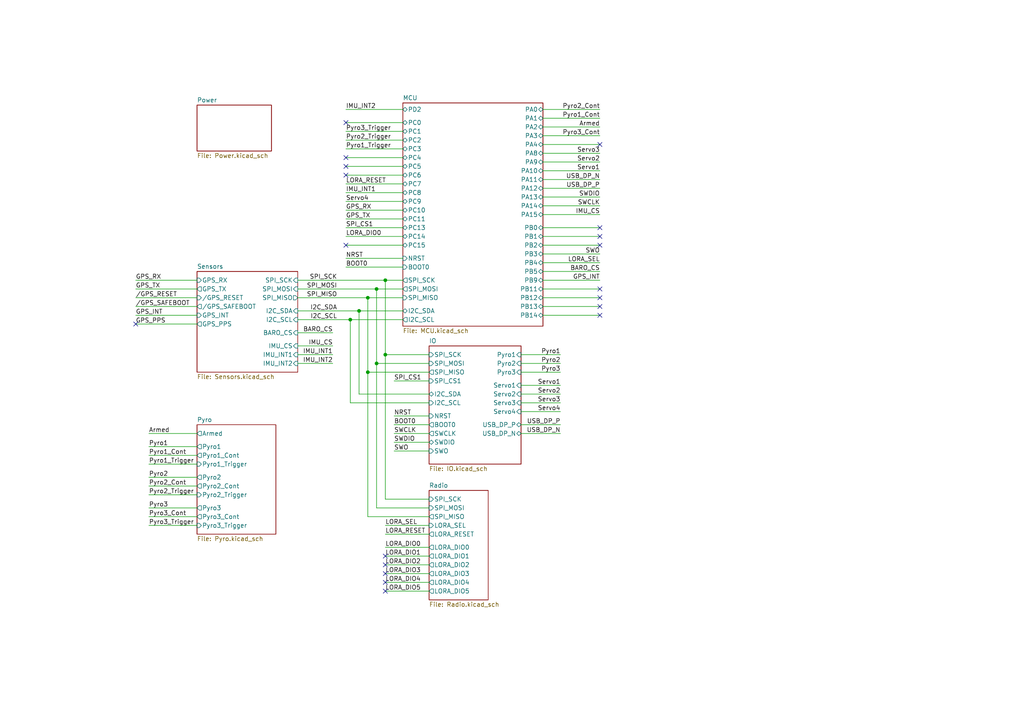
<source format=kicad_sch>
(kicad_sch
	(version 20250114)
	(generator "eeschema")
	(generator_version "9.0")
	(uuid "4254ccd1-49f4-4fe6-9bf7-ccb200d73af4")
	(paper "A4")
	(title_block
		(title "Flight Computer")
		(company "Pioneer Rocketry")
	)
	(lib_symbols)
	(junction
		(at 109.22 83.82)
		(diameter 0)
		(color 0 0 0 0)
		(uuid "6f2b11b3-7ae5-4568-aa28-aea01d7c792f")
	)
	(junction
		(at 106.68 86.36)
		(diameter 0)
		(color 0 0 0 0)
		(uuid "731192e5-22b6-4a12-ad7a-0d0fb07b76e8")
	)
	(junction
		(at 111.76 81.28)
		(diameter 0)
		(color 0 0 0 0)
		(uuid "7879a957-79fa-460c-aa72-c745a75992ea")
	)
	(junction
		(at 106.68 107.95)
		(diameter 0)
		(color 0 0 0 0)
		(uuid "7d92bf93-257a-40e2-a4e1-3221ee6982bb")
	)
	(junction
		(at 104.14 90.17)
		(diameter 0)
		(color 0 0 0 0)
		(uuid "b27ce08b-fd4d-4d9f-9991-da4c9e268a41")
	)
	(junction
		(at 109.22 105.41)
		(diameter 0)
		(color 0 0 0 0)
		(uuid "c7f046ca-62a6-4d0f-8ab2-20023ac84c7c")
	)
	(junction
		(at 111.76 102.87)
		(diameter 0)
		(color 0 0 0 0)
		(uuid "cea7fb6d-c309-4078-946c-90062ca45815")
	)
	(junction
		(at 101.6 92.71)
		(diameter 0)
		(color 0 0 0 0)
		(uuid "dbe51151-940f-4559-9c08-86f20e6014ca")
	)
	(no_connect
		(at 173.99 68.58)
		(uuid "085d5b73-4736-417d-b9bc-18586cedcf4f")
	)
	(no_connect
		(at 173.99 91.44)
		(uuid "0f8928fc-5e14-4434-bcd4-09b8f78ca464")
	)
	(no_connect
		(at 173.99 66.04)
		(uuid "136e20c5-0d55-42ae-a5c3-9cde6716052a")
	)
	(no_connect
		(at 111.76 161.29)
		(uuid "19333e9e-dad3-4067-b8cd-b2b7f0ba9e51")
	)
	(no_connect
		(at 173.99 83.82)
		(uuid "25b46bec-c37d-4ddc-bd74-65f9c075e447")
	)
	(no_connect
		(at 100.33 45.72)
		(uuid "29e262b5-374d-4f71-acf7-793caa6fd9d7")
	)
	(no_connect
		(at 100.33 71.12)
		(uuid "3be40266-ce5e-4cca-a093-8e36c3f4aeb1")
	)
	(no_connect
		(at 39.37 93.98)
		(uuid "4d743651-c984-4df7-98f5-f1bd9af83780")
	)
	(no_connect
		(at 111.76 163.83)
		(uuid "824e10db-64ff-4380-a36c-b876f86a923f")
	)
	(no_connect
		(at 173.99 71.12)
		(uuid "a05bead5-6faa-4543-abec-24b9b4dc9837")
	)
	(no_connect
		(at 173.99 88.9)
		(uuid "a6fce366-7f46-4987-bbd8-cbc18795fe37")
	)
	(no_connect
		(at 111.76 168.91)
		(uuid "bda452b8-2b07-469a-bc1f-a727ce53eab4")
	)
	(no_connect
		(at 111.76 171.45)
		(uuid "c09b2a19-0b06-455c-ab3b-78957477b938")
	)
	(no_connect
		(at 100.33 48.26)
		(uuid "cd2dcbaa-fcf1-4859-bd7e-c1754e5f1df3")
	)
	(no_connect
		(at 173.99 86.36)
		(uuid "cef42aaf-2e15-4086-a681-83f73ab32a3e")
	)
	(no_connect
		(at 173.99 41.91)
		(uuid "d45c771d-9ac0-4c6c-a091-54418d392408")
	)
	(no_connect
		(at 100.33 35.56)
		(uuid "ea4a0ff9-ecce-4fd0-be20-a499f44bbffc")
	)
	(no_connect
		(at 111.76 166.37)
		(uuid "ec2d32d6-c8a5-4187-83af-e474b41f061d")
	)
	(no_connect
		(at 100.33 50.8)
		(uuid "fbe3a675-75a5-491a-b8f6-d997fc2e80fe")
	)
	(wire
		(pts
			(xy 114.3 123.19) (xy 124.46 123.19)
		)
		(stroke
			(width 0)
			(type default)
		)
		(uuid "004671bb-58e1-4e14-b3c3-2a5ed75c0ebc")
	)
	(wire
		(pts
			(xy 43.18 132.08) (xy 57.15 132.08)
		)
		(stroke
			(width 0)
			(type default)
		)
		(uuid "0178b5a9-d0e3-418e-88dc-b358fc0cbe9c")
	)
	(wire
		(pts
			(xy 157.48 59.69) (xy 173.99 59.69)
		)
		(stroke
			(width 0)
			(type default)
		)
		(uuid "04950520-8f9c-47d9-a8cf-7ea9cf1ed90a")
	)
	(wire
		(pts
			(xy 111.76 171.45) (xy 124.46 171.45)
		)
		(stroke
			(width 0)
			(type default)
		)
		(uuid "07826e2e-466f-4dc6-bb89-0fddf5d226c5")
	)
	(wire
		(pts
			(xy 43.18 147.32) (xy 57.15 147.32)
		)
		(stroke
			(width 0)
			(type default)
		)
		(uuid "079d0456-fca5-418f-8806-a7d174e0149b")
	)
	(wire
		(pts
			(xy 86.36 92.71) (xy 101.6 92.71)
		)
		(stroke
			(width 0)
			(type default)
		)
		(uuid "081f8ff4-30c0-4569-8f7b-d42bc22f3e93")
	)
	(wire
		(pts
			(xy 151.13 111.76) (xy 162.56 111.76)
		)
		(stroke
			(width 0)
			(type default)
		)
		(uuid "0bf960ed-5f5e-454b-8ed3-3669e8b9f47a")
	)
	(wire
		(pts
			(xy 43.18 134.62) (xy 57.15 134.62)
		)
		(stroke
			(width 0)
			(type default)
		)
		(uuid "0c40ad97-cbf7-43f8-b0da-51a7d5332fd7")
	)
	(wire
		(pts
			(xy 109.22 105.41) (xy 109.22 147.32)
		)
		(stroke
			(width 0)
			(type default)
		)
		(uuid "0e2de62f-d16d-4a2e-8597-7d6cfd3d28df")
	)
	(wire
		(pts
			(xy 157.48 83.82) (xy 173.99 83.82)
		)
		(stroke
			(width 0)
			(type default)
		)
		(uuid "0f9fdcfc-fe57-435e-bcc1-ec3f51a931e3")
	)
	(wire
		(pts
			(xy 100.33 40.64) (xy 116.84 40.64)
		)
		(stroke
			(width 0)
			(type default)
		)
		(uuid "1049992b-1a47-4d3a-bb32-2b4053029ea6")
	)
	(wire
		(pts
			(xy 100.33 77.47) (xy 116.84 77.47)
		)
		(stroke
			(width 0)
			(type default)
		)
		(uuid "1484f630-7b15-4b60-9c6a-19c133b6fe54")
	)
	(wire
		(pts
			(xy 157.48 68.58) (xy 173.99 68.58)
		)
		(stroke
			(width 0)
			(type default)
		)
		(uuid "17aa940b-028c-43a3-85eb-46f27c860c0f")
	)
	(wire
		(pts
			(xy 157.48 31.75) (xy 173.99 31.75)
		)
		(stroke
			(width 0)
			(type default)
		)
		(uuid "17db0e10-925b-4984-9e65-f118d313104f")
	)
	(wire
		(pts
			(xy 100.33 60.96) (xy 116.84 60.96)
		)
		(stroke
			(width 0)
			(type default)
		)
		(uuid "1c3e04e2-ca6c-495a-b838-3a3fc53ca994")
	)
	(wire
		(pts
			(xy 86.36 90.17) (xy 104.14 90.17)
		)
		(stroke
			(width 0)
			(type default)
		)
		(uuid "1dbfde1f-678d-4ff9-91de-97d6772ba853")
	)
	(wire
		(pts
			(xy 100.33 71.12) (xy 116.84 71.12)
		)
		(stroke
			(width 0)
			(type default)
		)
		(uuid "1f80af1d-9175-4300-a0b8-9215240fce68")
	)
	(wire
		(pts
			(xy 151.13 119.38) (xy 162.56 119.38)
		)
		(stroke
			(width 0)
			(type default)
		)
		(uuid "2488013f-a49b-4dfe-a80b-ad01bf6f394e")
	)
	(wire
		(pts
			(xy 157.48 66.04) (xy 173.99 66.04)
		)
		(stroke
			(width 0)
			(type default)
		)
		(uuid "2543f8b7-96df-4ed1-8d76-dab1c38bc45e")
	)
	(wire
		(pts
			(xy 157.48 91.44) (xy 173.99 91.44)
		)
		(stroke
			(width 0)
			(type default)
		)
		(uuid "28904020-7e03-4843-88aa-50bfcf2b23ba")
	)
	(wire
		(pts
			(xy 173.99 46.99) (xy 157.48 46.99)
		)
		(stroke
			(width 0)
			(type default)
		)
		(uuid "2d41666b-e8f8-4a6b-b6e3-17589f262f22")
	)
	(wire
		(pts
			(xy 43.18 138.43) (xy 57.15 138.43)
		)
		(stroke
			(width 0)
			(type default)
		)
		(uuid "2e4e3789-3f63-4dd0-8905-ae19d4066d40")
	)
	(wire
		(pts
			(xy 111.76 102.87) (xy 111.76 144.78)
		)
		(stroke
			(width 0)
			(type default)
		)
		(uuid "3186cd98-79c9-47b0-93f5-32c07f57675a")
	)
	(wire
		(pts
			(xy 157.48 52.07) (xy 173.99 52.07)
		)
		(stroke
			(width 0)
			(type default)
		)
		(uuid "336afc6c-ec29-4cb2-ad3e-759c8ae1c7bc")
	)
	(wire
		(pts
			(xy 173.99 62.23) (xy 157.48 62.23)
		)
		(stroke
			(width 0)
			(type default)
		)
		(uuid "33e36a77-fc62-439b-b88d-1a57a03498ab")
	)
	(wire
		(pts
			(xy 157.48 57.15) (xy 173.99 57.15)
		)
		(stroke
			(width 0)
			(type default)
		)
		(uuid "33fcc952-e4b7-4182-a65b-818ae43e3a7d")
	)
	(wire
		(pts
			(xy 43.18 149.86) (xy 57.15 149.86)
		)
		(stroke
			(width 0)
			(type default)
		)
		(uuid "350e7e44-140e-4a4a-90bb-1471bac6925c")
	)
	(wire
		(pts
			(xy 100.33 55.88) (xy 116.84 55.88)
		)
		(stroke
			(width 0)
			(type default)
		)
		(uuid "35e15d3b-9055-4610-a975-b4780b7e990a")
	)
	(wire
		(pts
			(xy 162.56 102.87) (xy 151.13 102.87)
		)
		(stroke
			(width 0)
			(type default)
		)
		(uuid "3655d7fd-c4cf-4aed-b4de-be9ec9e4f21f")
	)
	(wire
		(pts
			(xy 124.46 144.78) (xy 111.76 144.78)
		)
		(stroke
			(width 0)
			(type default)
		)
		(uuid "38cd2ffa-d72b-4d9e-96c9-93c0eed90292")
	)
	(wire
		(pts
			(xy 157.48 81.28) (xy 173.99 81.28)
		)
		(stroke
			(width 0)
			(type default)
		)
		(uuid "3bec4fbe-5a22-4f26-9eae-f1f7575726ba")
	)
	(wire
		(pts
			(xy 101.6 116.84) (xy 124.46 116.84)
		)
		(stroke
			(width 0)
			(type default)
		)
		(uuid "3c1fa7c6-8018-4945-90d0-ffeb63624b29")
	)
	(wire
		(pts
			(xy 106.68 86.36) (xy 116.84 86.36)
		)
		(stroke
			(width 0)
			(type default)
		)
		(uuid "3c5eb20d-8d27-47f2-a49f-5ef65be414e7")
	)
	(wire
		(pts
			(xy 86.36 81.28) (xy 111.76 81.28)
		)
		(stroke
			(width 0)
			(type default)
		)
		(uuid "3d4cf44a-4303-4e60-ad9e-41d60fe662dd")
	)
	(wire
		(pts
			(xy 106.68 107.95) (xy 124.46 107.95)
		)
		(stroke
			(width 0)
			(type default)
		)
		(uuid "3e378ee2-c79b-4ae7-a479-2cd061315d2b")
	)
	(wire
		(pts
			(xy 104.14 90.17) (xy 104.14 114.3)
		)
		(stroke
			(width 0)
			(type default)
		)
		(uuid "41e21baf-3d66-4116-84d3-274b45884ddc")
	)
	(wire
		(pts
			(xy 109.22 83.82) (xy 116.84 83.82)
		)
		(stroke
			(width 0)
			(type default)
		)
		(uuid "492706b3-60f6-4f8b-9d7c-6273804ba212")
	)
	(wire
		(pts
			(xy 86.36 100.33) (xy 96.52 100.33)
		)
		(stroke
			(width 0)
			(type default)
		)
		(uuid "4be2c5c1-025d-43db-94b6-4e833300240f")
	)
	(wire
		(pts
			(xy 106.68 86.36) (xy 106.68 107.95)
		)
		(stroke
			(width 0)
			(type default)
		)
		(uuid "4edb6ce7-f306-46d3-8e30-8a0f728982b3")
	)
	(wire
		(pts
			(xy 100.33 53.34) (xy 116.84 53.34)
		)
		(stroke
			(width 0)
			(type default)
		)
		(uuid "52bd0cb3-98a2-4733-b114-ca28c4576c81")
	)
	(wire
		(pts
			(xy 114.3 110.49) (xy 124.46 110.49)
		)
		(stroke
			(width 0)
			(type default)
		)
		(uuid "54ebbed3-1288-499f-88de-14a87f5845e7")
	)
	(wire
		(pts
			(xy 114.3 128.27) (xy 124.46 128.27)
		)
		(stroke
			(width 0)
			(type default)
		)
		(uuid "56ac3cb6-789d-45fa-a2a3-d895640b107c")
	)
	(wire
		(pts
			(xy 100.33 66.04) (xy 116.84 66.04)
		)
		(stroke
			(width 0)
			(type default)
		)
		(uuid "59f4a52c-6c14-48db-b60a-41127ad17f77")
	)
	(wire
		(pts
			(xy 39.37 88.9) (xy 57.15 88.9)
		)
		(stroke
			(width 0)
			(type default)
		)
		(uuid "5cd48fbe-dce9-40ae-91ee-e24fa7f6d08d")
	)
	(wire
		(pts
			(xy 124.46 102.87) (xy 111.76 102.87)
		)
		(stroke
			(width 0)
			(type default)
		)
		(uuid "5d8ae34b-04c1-421d-9835-2a980a7a513c")
	)
	(wire
		(pts
			(xy 151.13 114.3) (xy 162.56 114.3)
		)
		(stroke
			(width 0)
			(type default)
		)
		(uuid "5e143d3c-5058-43f5-86e4-f706ae7c1040")
	)
	(wire
		(pts
			(xy 100.33 74.93) (xy 116.84 74.93)
		)
		(stroke
			(width 0)
			(type default)
		)
		(uuid "5e6192a9-7680-444f-a1aa-5f6b3a037deb")
	)
	(wire
		(pts
			(xy 111.76 81.28) (xy 116.84 81.28)
		)
		(stroke
			(width 0)
			(type default)
		)
		(uuid "610e3603-90b9-4156-8943-68240ba54377")
	)
	(wire
		(pts
			(xy 162.56 107.95) (xy 151.13 107.95)
		)
		(stroke
			(width 0)
			(type default)
		)
		(uuid "69d07095-bcc1-4218-8e8c-3580a5642d2f")
	)
	(wire
		(pts
			(xy 39.37 83.82) (xy 57.15 83.82)
		)
		(stroke
			(width 0)
			(type default)
		)
		(uuid "6b25d09a-4b6a-4e24-890d-02769de0d72d")
	)
	(wire
		(pts
			(xy 114.3 125.73) (xy 124.46 125.73)
		)
		(stroke
			(width 0)
			(type default)
		)
		(uuid "6ecd15cd-2d1c-4879-85e4-06e4066743bc")
	)
	(wire
		(pts
			(xy 100.33 38.1) (xy 116.84 38.1)
		)
		(stroke
			(width 0)
			(type default)
		)
		(uuid "71321951-ff44-4bc2-a71a-53f4d546f630")
	)
	(wire
		(pts
			(xy 43.18 125.73) (xy 57.15 125.73)
		)
		(stroke
			(width 0)
			(type default)
		)
		(uuid "74cdb833-eb3d-429b-a24d-9a602e31e175")
	)
	(wire
		(pts
			(xy 157.48 36.83) (xy 173.99 36.83)
		)
		(stroke
			(width 0)
			(type default)
		)
		(uuid "7911ec74-27c3-4fee-a3ed-7d38c2dfb3b5")
	)
	(wire
		(pts
			(xy 39.37 93.98) (xy 57.15 93.98)
		)
		(stroke
			(width 0)
			(type default)
		)
		(uuid "7fb5c38a-d645-4f00-a2e8-de0c3e85b4d3")
	)
	(wire
		(pts
			(xy 111.76 166.37) (xy 124.46 166.37)
		)
		(stroke
			(width 0)
			(type default)
		)
		(uuid "7fc1f0ba-b75b-4c1d-9528-0bf6a1b1fb5c")
	)
	(wire
		(pts
			(xy 104.14 114.3) (xy 124.46 114.3)
		)
		(stroke
			(width 0)
			(type default)
		)
		(uuid "80e58bfd-c2ad-4487-9566-ec29a84be288")
	)
	(wire
		(pts
			(xy 157.48 78.74) (xy 173.99 78.74)
		)
		(stroke
			(width 0)
			(type default)
		)
		(uuid "827b6fde-142b-4a4a-b579-7e2b51273acd")
	)
	(wire
		(pts
			(xy 114.3 120.65) (xy 124.46 120.65)
		)
		(stroke
			(width 0)
			(type default)
		)
		(uuid "860f0f43-d565-47dc-b2a1-196bb43f9590")
	)
	(wire
		(pts
			(xy 43.18 129.54) (xy 57.15 129.54)
		)
		(stroke
			(width 0)
			(type default)
		)
		(uuid "87d6337d-1ccf-41ad-a596-63a325c68f0d")
	)
	(wire
		(pts
			(xy 86.36 96.52) (xy 96.52 96.52)
		)
		(stroke
			(width 0)
			(type default)
		)
		(uuid "8ab0eb91-03fb-44d7-a4f7-bd7987916c8d")
	)
	(wire
		(pts
			(xy 109.22 83.82) (xy 109.22 105.41)
		)
		(stroke
			(width 0)
			(type default)
		)
		(uuid "8bc03626-a3a2-499c-acf4-2443bbede830")
	)
	(wire
		(pts
			(xy 151.13 125.73) (xy 162.56 125.73)
		)
		(stroke
			(width 0)
			(type default)
		)
		(uuid "8bca9b5c-f805-487e-b0e2-bc01415ab1fc")
	)
	(wire
		(pts
			(xy 111.76 163.83) (xy 124.46 163.83)
		)
		(stroke
			(width 0)
			(type default)
		)
		(uuid "8db26ac4-752c-4aeb-8db9-f4d24a2ef54f")
	)
	(wire
		(pts
			(xy 111.76 81.28) (xy 111.76 102.87)
		)
		(stroke
			(width 0)
			(type default)
		)
		(uuid "8e7730bc-d9dd-48ed-a7de-beef00aa0fc2")
	)
	(wire
		(pts
			(xy 86.36 102.87) (xy 96.52 102.87)
		)
		(stroke
			(width 0)
			(type default)
		)
		(uuid "8f7d6668-234a-4e9f-87f9-1bbd03b72b85")
	)
	(wire
		(pts
			(xy 100.33 50.8) (xy 116.84 50.8)
		)
		(stroke
			(width 0)
			(type default)
		)
		(uuid "8fcc7e55-39ff-4266-9e52-1d7db4d2b53d")
	)
	(wire
		(pts
			(xy 151.13 116.84) (xy 162.56 116.84)
		)
		(stroke
			(width 0)
			(type default)
		)
		(uuid "93e81ec4-b39b-4892-b4ed-3ce6d7d4fbf3")
	)
	(wire
		(pts
			(xy 157.48 71.12) (xy 173.99 71.12)
		)
		(stroke
			(width 0)
			(type default)
		)
		(uuid "943ad267-0041-47ff-8cf5-3440a849d89f")
	)
	(wire
		(pts
			(xy 157.48 86.36) (xy 173.99 86.36)
		)
		(stroke
			(width 0)
			(type default)
		)
		(uuid "95c2c69e-2c61-49c3-8e03-51f12b8be4b0")
	)
	(wire
		(pts
			(xy 162.56 105.41) (xy 151.13 105.41)
		)
		(stroke
			(width 0)
			(type default)
		)
		(uuid "97f5b1a6-bc62-48b7-a16b-fc0e6c08686a")
	)
	(wire
		(pts
			(xy 100.33 68.58) (xy 116.84 68.58)
		)
		(stroke
			(width 0)
			(type default)
		)
		(uuid "9887d0c4-105d-4f92-8185-fd2b21a35cb6")
	)
	(wire
		(pts
			(xy 111.76 168.91) (xy 124.46 168.91)
		)
		(stroke
			(width 0)
			(type default)
		)
		(uuid "9d2178e6-d24f-4402-bf6c-7748b8ee8a58")
	)
	(wire
		(pts
			(xy 157.48 41.91) (xy 173.99 41.91)
		)
		(stroke
			(width 0)
			(type default)
		)
		(uuid "9e7b729e-c157-4b3d-babf-8c19044fafc8")
	)
	(wire
		(pts
			(xy 100.33 35.56) (xy 116.84 35.56)
		)
		(stroke
			(width 0)
			(type default)
		)
		(uuid "a16482da-e4b7-4338-8c1b-d1a6def3dc7e")
	)
	(wire
		(pts
			(xy 100.33 48.26) (xy 116.84 48.26)
		)
		(stroke
			(width 0)
			(type default)
		)
		(uuid "a508bce1-0faa-4774-afab-6b4f8ea6da46")
	)
	(wire
		(pts
			(xy 111.76 152.4) (xy 124.46 152.4)
		)
		(stroke
			(width 0)
			(type default)
		)
		(uuid "a581d688-ddf2-407d-b07a-4ff9b0adfe4a")
	)
	(wire
		(pts
			(xy 124.46 149.86) (xy 106.68 149.86)
		)
		(stroke
			(width 0)
			(type default)
		)
		(uuid "a8363248-2135-40e7-8407-dc28985fc246")
	)
	(wire
		(pts
			(xy 43.18 143.51) (xy 57.15 143.51)
		)
		(stroke
			(width 0)
			(type default)
		)
		(uuid "ade83da4-30eb-4d78-b4c1-1725be3b4d60")
	)
	(wire
		(pts
			(xy 100.33 43.18) (xy 116.84 43.18)
		)
		(stroke
			(width 0)
			(type default)
		)
		(uuid "aec3df96-c3b1-4b02-9244-bc541c19b027")
	)
	(wire
		(pts
			(xy 111.76 161.29) (xy 124.46 161.29)
		)
		(stroke
			(width 0)
			(type default)
		)
		(uuid "b393a22f-e74f-4976-a10f-2fdb3dcfe2fe")
	)
	(wire
		(pts
			(xy 124.46 147.32) (xy 109.22 147.32)
		)
		(stroke
			(width 0)
			(type default)
		)
		(uuid "b64ab111-013a-421d-b791-cdc1ab9c7f3d")
	)
	(wire
		(pts
			(xy 157.48 54.61) (xy 173.99 54.61)
		)
		(stroke
			(width 0)
			(type default)
		)
		(uuid "b74259fc-846e-45e4-9bf7-0431c08af03a")
	)
	(wire
		(pts
			(xy 157.48 73.66) (xy 173.99 73.66)
		)
		(stroke
			(width 0)
			(type default)
		)
		(uuid "b8b73e7b-a4cb-4f75-9fa2-7ed3cf78c5c0")
	)
	(wire
		(pts
			(xy 101.6 92.71) (xy 116.84 92.71)
		)
		(stroke
			(width 0)
			(type default)
		)
		(uuid "bbfc5950-cdca-4b3a-9d39-3d7946929cb3")
	)
	(wire
		(pts
			(xy 100.33 45.72) (xy 116.84 45.72)
		)
		(stroke
			(width 0)
			(type default)
		)
		(uuid "bf078b03-784c-4170-b746-e97a08a7d33f")
	)
	(wire
		(pts
			(xy 173.99 49.53) (xy 157.48 49.53)
		)
		(stroke
			(width 0)
			(type default)
		)
		(uuid "c29c231b-37ba-455b-a7e4-85c98a00a65a")
	)
	(wire
		(pts
			(xy 124.46 105.41) (xy 109.22 105.41)
		)
		(stroke
			(width 0)
			(type default)
		)
		(uuid "c38ecb81-2b86-4148-b907-e2af59b2ccc2")
	)
	(wire
		(pts
			(xy 157.48 76.2) (xy 173.99 76.2)
		)
		(stroke
			(width 0)
			(type default)
		)
		(uuid "c478a200-b9a4-4dae-a2d6-79602699e1c7")
	)
	(wire
		(pts
			(xy 151.13 123.19) (xy 162.56 123.19)
		)
		(stroke
			(width 0)
			(type default)
		)
		(uuid "c6bb2244-884b-4d3c-9749-6cc717ded942")
	)
	(wire
		(pts
			(xy 100.33 31.75) (xy 116.84 31.75)
		)
		(stroke
			(width 0)
			(type default)
		)
		(uuid "c98c0e33-11bc-4632-b592-cee446287350")
	)
	(wire
		(pts
			(xy 157.48 34.29) (xy 173.99 34.29)
		)
		(stroke
			(width 0)
			(type default)
		)
		(uuid "cffadd88-5371-469d-bac4-02b9c72f0bc5")
	)
	(wire
		(pts
			(xy 86.36 86.36) (xy 106.68 86.36)
		)
		(stroke
			(width 0)
			(type default)
		)
		(uuid "d132465a-c7ea-416f-a271-aff0537b60e6")
	)
	(wire
		(pts
			(xy 39.37 91.44) (xy 57.15 91.44)
		)
		(stroke
			(width 0)
			(type default)
		)
		(uuid "d170a399-d831-4a92-ad87-14d24ccb1f83")
	)
	(wire
		(pts
			(xy 157.48 39.37) (xy 173.99 39.37)
		)
		(stroke
			(width 0)
			(type default)
		)
		(uuid "d1e25793-a099-4653-9455-9d48ad1b9579")
	)
	(wire
		(pts
			(xy 43.18 152.4) (xy 57.15 152.4)
		)
		(stroke
			(width 0)
			(type default)
		)
		(uuid "d49f07e4-d357-4054-9555-85bbbcc90c21")
	)
	(wire
		(pts
			(xy 86.36 105.41) (xy 96.52 105.41)
		)
		(stroke
			(width 0)
			(type default)
		)
		(uuid "d5381687-376a-411d-a9d7-b9230e257321")
	)
	(wire
		(pts
			(xy 100.33 63.5) (xy 116.84 63.5)
		)
		(stroke
			(width 0)
			(type default)
		)
		(uuid "d66788b4-ce00-45f7-a6da-046a5c2fb2f0")
	)
	(wire
		(pts
			(xy 39.37 86.36) (xy 57.15 86.36)
		)
		(stroke
			(width 0)
			(type default)
		)
		(uuid "d8458626-7f60-4da1-a85b-c02edf271e55")
	)
	(wire
		(pts
			(xy 106.68 107.95) (xy 106.68 149.86)
		)
		(stroke
			(width 0)
			(type default)
		)
		(uuid "db479b99-3dd8-4978-955a-5c5d048735f7")
	)
	(wire
		(pts
			(xy 43.18 140.97) (xy 57.15 140.97)
		)
		(stroke
			(width 0)
			(type default)
		)
		(uuid "e1bca523-b9ba-431a-b618-4abbae63bdb3")
	)
	(wire
		(pts
			(xy 111.76 154.94) (xy 124.46 154.94)
		)
		(stroke
			(width 0)
			(type default)
		)
		(uuid "e303bcbf-2df3-4b28-b25e-152704482017")
	)
	(wire
		(pts
			(xy 100.33 58.42) (xy 116.84 58.42)
		)
		(stroke
			(width 0)
			(type default)
		)
		(uuid "e5e7c668-c431-4ff4-9284-3028ec8c36b3")
	)
	(wire
		(pts
			(xy 86.36 83.82) (xy 109.22 83.82)
		)
		(stroke
			(width 0)
			(type default)
		)
		(uuid "e8c55365-b33a-48cb-9947-06114dabbce2")
	)
	(wire
		(pts
			(xy 111.76 158.75) (xy 124.46 158.75)
		)
		(stroke
			(width 0)
			(type default)
		)
		(uuid "e9a5a145-647f-4164-b1d7-3c97093ddff9")
	)
	(wire
		(pts
			(xy 173.99 44.45) (xy 157.48 44.45)
		)
		(stroke
			(width 0)
			(type default)
		)
		(uuid "ebe64bd7-b759-4a06-aeba-240412652564")
	)
	(wire
		(pts
			(xy 39.37 81.28) (xy 57.15 81.28)
		)
		(stroke
			(width 0)
			(type default)
		)
		(uuid "ef721c89-60de-4797-b8bc-368eee10e4e0")
	)
	(wire
		(pts
			(xy 101.6 92.71) (xy 101.6 116.84)
		)
		(stroke
			(width 0)
			(type default)
		)
		(uuid "f6a347e7-7db2-4e04-b521-36891f6d4c10")
	)
	(wire
		(pts
			(xy 157.48 88.9) (xy 173.99 88.9)
		)
		(stroke
			(width 0)
			(type default)
		)
		(uuid "fa07c7ec-32e0-4ca3-a151-01493dd3c82b")
	)
	(wire
		(pts
			(xy 104.14 90.17) (xy 116.84 90.17)
		)
		(stroke
			(width 0)
			(type default)
		)
		(uuid "ff717dbf-5715-4610-82cb-ed6f9898cdf7")
	)
	(wire
		(pts
			(xy 114.3 130.81) (xy 124.46 130.81)
		)
		(stroke
			(width 0)
			(type default)
		)
		(uuid "ffcd9239-c82d-49a2-a170-3c8c2a83de62")
	)
	(label "USB_DP_P"
		(at 173.99 54.61 180)
		(effects
			(font
				(size 1.27 1.27)
			)
			(justify right bottom)
		)
		(uuid "0077378e-0288-47fe-a566-b9bde7cd5c9a")
	)
	(label "IMU_INT1"
		(at 96.52 102.87 180)
		(effects
			(font
				(size 1.27 1.27)
			)
			(justify right bottom)
		)
		(uuid "01f55e2f-6a2b-4441-b1f1-1dd2d6de7eb1")
	)
	(label "GPS_PPS"
		(at 39.37 93.98 0)
		(effects
			(font
				(size 1.27 1.27)
			)
			(justify left bottom)
		)
		(uuid "024df1e4-edb5-4ab9-9a29-8f22350c5e9f")
	)
	(label "Pyro1_Trigger"
		(at 100.33 43.18 0)
		(effects
			(font
				(size 1.27 1.27)
			)
			(justify left bottom)
		)
		(uuid "028cf281-8f39-444d-87f1-e5cf900d5b02")
	)
	(label "Pyro3_Trigger"
		(at 100.33 38.1 0)
		(effects
			(font
				(size 1.27 1.27)
			)
			(justify left bottom)
		)
		(uuid "08ec121b-adef-4e6a-882d-e3e064ef64f6")
	)
	(label "GPS_RX"
		(at 39.37 81.28 0)
		(effects
			(font
				(size 1.27 1.27)
			)
			(justify left bottom)
		)
		(uuid "091ca67c-adaf-4aac-b797-698115f22e34")
	)
	(label "Armed"
		(at 43.18 125.73 0)
		(effects
			(font
				(size 1.27 1.27)
			)
			(justify left bottom)
		)
		(uuid "0b0a2d7c-9a70-4055-b080-d4e03e635677")
	)
	(label "LORA_DIO4"
		(at 111.76 168.91 0)
		(effects
			(font
				(size 1.27 1.27)
			)
			(justify left bottom)
		)
		(uuid "0c803c1e-1e2e-4061-891e-3728bdbccb2c")
	)
	(label "LORA_DIO0"
		(at 100.33 68.58 0)
		(effects
			(font
				(size 1.27 1.27)
			)
			(justify left bottom)
		)
		(uuid "0d2d32cd-2d16-4d87-9eb8-b2b67374ed60")
	)
	(label "I2C_SCL"
		(at 97.79 92.71 180)
		(effects
			(font
				(size 1.27 1.27)
			)
			(justify right bottom)
		)
		(uuid "0dc265ee-3b39-472f-9e77-eb903609e97b")
	)
	(label "Pyro3_Trigger"
		(at 43.18 152.4 0)
		(effects
			(font
				(size 1.27 1.27)
			)
			(justify left bottom)
		)
		(uuid "0deffc3f-10d0-435a-b8b5-2f22e822430e")
	)
	(label "IMU_INT1"
		(at 100.33 55.88 0)
		(effects
			(font
				(size 1.27 1.27)
			)
			(justify left bottom)
		)
		(uuid "22004195-e130-4801-aa87-ba01191bf423")
	)
	(label "Pyro1_Cont"
		(at 173.99 34.29 180)
		(effects
			(font
				(size 1.27 1.27)
			)
			(justify right bottom)
		)
		(uuid "2bde2028-e763-4a3b-b53b-e860718a779d")
	)
	(label "SPI_MISO"
		(at 97.79 86.36 180)
		(effects
			(font
				(size 1.27 1.27)
			)
			(justify right bottom)
		)
		(uuid "2c48cf1e-36ee-441c-ad7f-cb140f6cf3e5")
	)
	(label "LORA_SEL"
		(at 173.99 76.2 180)
		(effects
			(font
				(size 1.27 1.27)
			)
			(justify right bottom)
		)
		(uuid "2d29a070-3e74-4e48-b8fa-bda8590a50af")
	)
	(label "GPS_RX"
		(at 100.33 60.96 0)
		(effects
			(font
				(size 1.27 1.27)
			)
			(justify left bottom)
		)
		(uuid "30ec81f0-24e0-42ed-a99b-16168c822b8e")
	)
	(label "Servo1"
		(at 173.99 49.53 180)
		(effects
			(font
				(size 1.27 1.27)
			)
			(justify right bottom)
		)
		(uuid "3ff8b7f3-cce8-4688-87b6-06230966bfe8")
	)
	(label "Servo2"
		(at 173.99 46.99 180)
		(effects
			(font
				(size 1.27 1.27)
			)
			(justify right bottom)
		)
		(uuid "4376cbdf-08b4-40c0-a18c-db984dc02757")
	)
	(label "GPS_INT"
		(at 39.37 91.44 0)
		(effects
			(font
				(size 1.27 1.27)
			)
			(justify left bottom)
		)
		(uuid "441ee2ce-9c54-49d0-a1c1-a29e5e7c0747")
	)
	(label "I2C_SDA"
		(at 97.79 90.17 180)
		(effects
			(font
				(size 1.27 1.27)
			)
			(justify right bottom)
		)
		(uuid "449c990c-69c5-44ee-95a4-87e578f82f18")
	)
	(label "Pyro1_Cont"
		(at 43.18 132.08 0)
		(effects
			(font
				(size 1.27 1.27)
			)
			(justify left bottom)
		)
		(uuid "458260b3-637a-4126-8bc7-a8db2b68bf45")
	)
	(label "Pyro2_Cont"
		(at 43.18 140.97 0)
		(effects
			(font
				(size 1.27 1.27)
			)
			(justify left bottom)
		)
		(uuid "4972c3a4-40a8-4867-8d89-31eeb0797470")
	)
	(label "Servo4"
		(at 162.56 119.38 180)
		(effects
			(font
				(size 1.27 1.27)
			)
			(justify right bottom)
		)
		(uuid "510447b3-1e79-4a79-a475-8161a3da97f5")
	)
	(label "Servo3"
		(at 162.56 116.84 180)
		(effects
			(font
				(size 1.27 1.27)
			)
			(justify right bottom)
		)
		(uuid "529044b7-3cde-4fc0-9112-b8e23b85fffd")
	)
	(label "Servo1"
		(at 162.56 111.76 180)
		(effects
			(font
				(size 1.27 1.27)
			)
			(justify right bottom)
		)
		(uuid "59090093-3cb4-414a-8994-39027dd16050")
	)
	(label "NRST"
		(at 114.3 120.65 0)
		(effects
			(font
				(size 1.27 1.27)
			)
			(justify left bottom)
		)
		(uuid "5c5be6a0-52ad-4249-8f62-95491fe4a0df")
	)
	(label "SWO"
		(at 173.99 73.66 180)
		(effects
			(font
				(size 1.27 1.27)
			)
			(justify right bottom)
		)
		(uuid "5c74e303-9383-4060-82a4-c0e203b024e9")
	)
	(label "BOOT0"
		(at 100.33 77.47 0)
		(effects
			(font
				(size 1.27 1.27)
			)
			(justify left bottom)
		)
		(uuid "5c9c28dd-b1ea-4573-bbfc-62dc5e3985b3")
	)
	(label "IMU_CS"
		(at 96.52 100.33 180)
		(effects
			(font
				(size 1.27 1.27)
			)
			(justify right bottom)
		)
		(uuid "60dcf169-7247-47d0-90c9-2cd6bf8d23b8")
	)
	(label "LORA_RESET"
		(at 111.76 154.94 0)
		(effects
			(font
				(size 1.27 1.27)
			)
			(justify left bottom)
		)
		(uuid "6104c946-18c0-4c56-b7f9-3ba64d918228")
	)
	(label "LORA_DIO1"
		(at 111.76 161.29 0)
		(effects
			(font
				(size 1.27 1.27)
			)
			(justify left bottom)
		)
		(uuid "6415c026-5fa7-446b-8896-f810d4455154")
	)
	(label "USB_DP_N"
		(at 173.99 52.07 180)
		(effects
			(font
				(size 1.27 1.27)
			)
			(justify right bottom)
		)
		(uuid "65e932ce-7918-4c40-adf3-a715f2a495ba")
	)
	(label "Armed"
		(at 173.99 36.83 180)
		(effects
			(font
				(size 1.27 1.27)
			)
			(justify right bottom)
		)
		(uuid "66c30727-bea8-45cd-88d5-667979a84b5c")
	)
	(label "Pyro1_Trigger"
		(at 43.18 134.62 0)
		(effects
			(font
				(size 1.27 1.27)
			)
			(justify left bottom)
		)
		(uuid "6abe5d12-e3bf-45b6-a6f1-9319600393f7")
	)
	(label "{slash}GPS_RESET"
		(at 39.37 86.36 0)
		(effects
			(font
				(size 1.27 1.27)
			)
			(justify left bottom)
		)
		(uuid "6c4af660-61cc-423e-9c5e-8a531c6c786c")
	)
	(label "SWDIO"
		(at 114.3 128.27 0)
		(effects
			(font
				(size 1.27 1.27)
			)
			(justify left bottom)
		)
		(uuid "6d87d5c4-476c-4f6c-8840-6ac9f0a3510d")
	)
	(label "GPS_TX"
		(at 100.33 63.5 0)
		(effects
			(font
				(size 1.27 1.27)
			)
			(justify left bottom)
		)
		(uuid "7bb4667e-28aa-4b1d-8856-63b056d6bc49")
	)
	(label "SWCLK"
		(at 173.99 59.69 180)
		(effects
			(font
				(size 1.27 1.27)
			)
			(justify right bottom)
		)
		(uuid "7ca138e7-9328-43b6-82e4-3462cab639a4")
	)
	(label "Pyro1"
		(at 162.56 102.87 180)
		(effects
			(font
				(size 1.27 1.27)
			)
			(justify right bottom)
		)
		(uuid "847cd127-1a33-459d-8007-2fcd93544f2a")
	)
	(label "BARO_CS"
		(at 96.52 96.52 180)
		(effects
			(font
				(size 1.27 1.27)
			)
			(justify right bottom)
		)
		(uuid "8c5897f2-05d2-4953-9c5c-4417fbe22605")
	)
	(label "Servo2"
		(at 162.56 114.3 180)
		(effects
			(font
				(size 1.27 1.27)
			)
			(justify right bottom)
		)
		(uuid "8ed4ba55-0f97-4dfe-9410-c63bc6279d35")
	)
	(label "SWCLK"
		(at 114.3 125.73 0)
		(effects
			(font
				(size 1.27 1.27)
			)
			(justify left bottom)
		)
		(uuid "90d6f138-6463-4764-a17c-4ff755e6a9d1")
	)
	(label "Pyro3_Cont"
		(at 173.99 39.37 180)
		(effects
			(font
				(size 1.27 1.27)
			)
			(justify right bottom)
		)
		(uuid "9983f2b4-d02b-4c2d-b93a-be43a5f6398e")
	)
	(label "GPS_INT"
		(at 173.99 81.28 180)
		(effects
			(font
				(size 1.27 1.27)
			)
			(justify right bottom)
		)
		(uuid "9ad137fe-4087-4219-a1a4-9872fd4e600d")
	)
	(label "Pyro2"
		(at 162.56 105.41 180)
		(effects
			(font
				(size 1.27 1.27)
			)
			(justify right bottom)
		)
		(uuid "9c2bdfad-18bf-4492-954c-964b19b4a68a")
	)
	(label "USB_DP_N"
		(at 162.56 125.73 180)
		(effects
			(font
				(size 1.27 1.27)
			)
			(justify right bottom)
		)
		(uuid "9e1d044a-5166-4a1a-ae10-6ded6195ea7f")
	)
	(label "SPI_SCK"
		(at 97.79 81.28 180)
		(effects
			(font
				(size 1.27 1.27)
			)
			(justify right bottom)
		)
		(uuid "a070153d-27d5-472a-8f2a-e4233126c3e6")
	)
	(label "IMU_INT2"
		(at 96.52 105.41 180)
		(effects
			(font
				(size 1.27 1.27)
			)
			(justify right bottom)
		)
		(uuid "a34026a8-fe48-4867-bac5-8899f19dabad")
	)
	(label "Pyro3_Cont"
		(at 43.18 149.86 0)
		(effects
			(font
				(size 1.27 1.27)
			)
			(justify left bottom)
		)
		(uuid "a34b97e4-c58d-439a-b45c-2c5117086162")
	)
	(label "LORA_DIO2"
		(at 111.76 163.83 0)
		(effects
			(font
				(size 1.27 1.27)
			)
			(justify left bottom)
		)
		(uuid "a7e9b938-2e84-4b12-85a5-9252229d8f7b")
	)
	(label "Servo4"
		(at 100.33 58.42 0)
		(effects
			(font
				(size 1.27 1.27)
			)
			(justify left bottom)
		)
		(uuid "a997e4ee-3967-4547-96b4-bd47a00769e1")
	)
	(label "Pyro3"
		(at 43.18 147.32 0)
		(effects
			(font
				(size 1.27 1.27)
			)
			(justify left bottom)
		)
		(uuid "aefe75fd-4eb3-4146-b2d5-e6dd49cb7605")
	)
	(label "SPI_CS1"
		(at 100.33 66.04 0)
		(effects
			(font
				(size 1.27 1.27)
			)
			(justify left bottom)
		)
		(uuid "af954468-d7d4-41ed-abfa-4d6074e1ca01")
	)
	(label "GPS_TX"
		(at 39.37 83.82 0)
		(effects
			(font
				(size 1.27 1.27)
			)
			(justify left bottom)
		)
		(uuid "b257e5a2-0000-411c-84b2-81f4a053e2ab")
	)
	(label "Pyro3"
		(at 162.56 107.95 180)
		(effects
			(font
				(size 1.27 1.27)
			)
			(justify right bottom)
		)
		(uuid "b7a2d4fd-c281-42a1-aa30-5bacdde66fe2")
	)
	(label "IMU_INT2"
		(at 100.33 31.75 0)
		(effects
			(font
				(size 1.27 1.27)
			)
			(justify left bottom)
		)
		(uuid "ba287e53-e0ef-4f85-a250-939258260e20")
	)
	(label "Pyro2_Trigger"
		(at 100.33 40.64 0)
		(effects
			(font
				(size 1.27 1.27)
			)
			(justify left bottom)
		)
		(uuid "badd61c3-cff4-43e4-9ea2-0263b48a4f0e")
	)
	(label "Pyro2_Cont"
		(at 173.99 31.75 180)
		(effects
			(font
				(size 1.27 1.27)
			)
			(justify right bottom)
		)
		(uuid "bc75b80b-2107-45be-b992-222444b82547")
	)
	(label "BARO_CS"
		(at 173.99 78.74 180)
		(effects
			(font
				(size 1.27 1.27)
			)
			(justify right bottom)
		)
		(uuid "bf6c0693-437a-4e44-9087-b3223f401702")
	)
	(label "LORA_DIO5"
		(at 111.76 171.45 0)
		(effects
			(font
				(size 1.27 1.27)
			)
			(justify left bottom)
		)
		(uuid "c57018ca-fb7e-43bb-9817-adb922b3342a")
	)
	(label "LORA_DIO3"
		(at 111.76 166.37 0)
		(effects
			(font
				(size 1.27 1.27)
			)
			(justify left bottom)
		)
		(uuid "c7f1f34b-1a1a-40c8-af4e-155d47fb7bb9")
	)
	(label "{slash}GPS_SAFEBOOT"
		(at 39.37 88.9 0)
		(effects
			(font
				(size 1.27 1.27)
			)
			(justify left bottom)
		)
		(uuid "cc2b025f-8328-492a-8fc5-418bfc03e9c7")
	)
	(label "LORA_DIO0"
		(at 111.76 158.75 0)
		(effects
			(font
				(size 1.27 1.27)
			)
			(justify left bottom)
		)
		(uuid "cd9978d2-126e-471e-be5e-8dd14b34ae21")
	)
	(label "USB_DP_P"
		(at 162.56 123.19 180)
		(effects
			(font
				(size 1.27 1.27)
			)
			(justify right bottom)
		)
		(uuid "cf4459e3-f59f-427f-8bc7-c60411dd81c8")
	)
	(label "LORA_RESET"
		(at 100.33 53.34 0)
		(effects
			(font
				(size 1.27 1.27)
			)
			(justify left bottom)
		)
		(uuid "d42e6637-4e61-4ecf-a386-696b8ff93f56")
	)
	(label "Pyro2_Trigger"
		(at 43.18 143.51 0)
		(effects
			(font
				(size 1.27 1.27)
			)
			(justify left bottom)
		)
		(uuid "d4cf44ef-252b-43e4-9bd0-8947aea1f691")
	)
	(label "Servo3"
		(at 173.99 44.45 180)
		(effects
			(font
				(size 1.27 1.27)
			)
			(justify right bottom)
		)
		(uuid "d7938262-3f1c-4265-9bdd-839bd31353af")
	)
	(label "LORA_SEL"
		(at 111.76 152.4 0)
		(effects
			(font
				(size 1.27 1.27)
			)
			(justify left bottom)
		)
		(uuid "d8bc6cbf-f148-40c9-bd3d-41d037587c26")
	)
	(label "Pyro1"
		(at 43.18 129.54 0)
		(effects
			(font
				(size 1.27 1.27)
			)
			(justify left bottom)
		)
		(uuid "d9a8ed4b-2c5b-43a3-8712-9cb8b1dd8636")
	)
	(label "NRST"
		(at 100.33 74.93 0)
		(effects
			(font
				(size 1.27 1.27)
			)
			(justify left bottom)
		)
		(uuid "e23d5a1f-d875-4e90-8fb7-6b9060d43d72")
	)
	(label "SPI_CS1"
		(at 114.3 110.49 0)
		(effects
			(font
				(size 1.27 1.27)
			)
			(justify left bottom)
		)
		(uuid "e3e100b6-b6c6-494b-9d72-126d7b480c3a")
	)
	(label "SPI_MOSI"
		(at 97.79 83.82 180)
		(effects
			(font
				(size 1.27 1.27)
			)
			(justify right bottom)
		)
		(uuid "e65c6deb-7f07-476b-8cb8-eeb59104451f")
	)
	(label "IMU_CS"
		(at 173.99 62.23 180)
		(effects
			(font
				(size 1.27 1.27)
			)
			(justify right bottom)
		)
		(uuid "e8243911-ea2d-4d4a-8f15-ec3283d77eee")
	)
	(label "SWO"
		(at 114.3 130.81 0)
		(effects
			(font
				(size 1.27 1.27)
			)
			(justify left bottom)
		)
		(uuid "edf5db55-3096-4336-bc49-8f9c85be989e")
	)
	(label "BOOT0"
		(at 114.3 123.19 0)
		(effects
			(font
				(size 1.27 1.27)
			)
			(justify left bottom)
		)
		(uuid "ee5d4155-c9f1-4d83-8df3-32aa9f97e2ea")
	)
	(label "Pyro2"
		(at 43.18 138.43 0)
		(effects
			(font
				(size 1.27 1.27)
			)
			(justify left bottom)
		)
		(uuid "f4f38f31-c495-4474-8d05-e8d2529a5cab")
	)
	(label "SWDIO"
		(at 173.99 57.15 180)
		(effects
			(font
				(size 1.27 1.27)
			)
			(justify right bottom)
		)
		(uuid "f5530d4f-f535-4c7f-89c5-e0d1f353376c")
	)
	(sheet
		(at 124.46 100.33)
		(size 26.67 34.29)
		(exclude_from_sim no)
		(in_bom yes)
		(on_board yes)
		(dnp no)
		(fields_autoplaced yes)
		(stroke
			(width 0.1524)
			(type solid)
		)
		(fill
			(color 0 0 0 0.0000)
		)
		(uuid "0a0b3d01-7422-42e0-b725-ff9e85b891ec")
		(property "Sheetname" "IO"
			(at 124.46 99.6184 0)
			(effects
				(font
					(size 1.27 1.27)
				)
				(justify left bottom)
			)
		)
		(property "Sheetfile" "IO.kicad_sch"
			(at 124.46 135.2046 0)
			(effects
				(font
					(size 1.27 1.27)
				)
				(justify left top)
			)
		)
		(pin "Pyro3" input
			(at 151.13 107.95 0)
			(uuid "4b7431d1-c0e4-40d9-a300-32ecea80dd29")
			(effects
				(font
					(size 1.27 1.27)
				)
				(justify right)
			)
		)
		(pin "Pyro1" input
			(at 151.13 102.87 0)
			(uuid "00bd51d4-baf1-4d41-a104-1e3466bfcf1a")
			(effects
				(font
					(size 1.27 1.27)
				)
				(justify right)
			)
		)
		(pin "Pyro2" input
			(at 151.13 105.41 0)
			(uuid "588fb45e-7619-4385-9752-1933f5e9c417")
			(effects
				(font
					(size 1.27 1.27)
				)
				(justify right)
			)
		)
		(pin "SPI_MOSI" input
			(at 124.46 105.41 180)
			(uuid "6179e92b-0758-4931-87aa-0eb184df258c")
			(effects
				(font
					(size 1.27 1.27)
				)
				(justify left)
			)
		)
		(pin "BOOT0" output
			(at 124.46 123.19 180)
			(uuid "25550f99-1c05-4f81-b066-ffa4833ed838")
			(effects
				(font
					(size 1.27 1.27)
				)
				(justify left)
			)
		)
		(pin "I2C_SCL" input
			(at 124.46 116.84 180)
			(uuid "f771c515-7344-44d0-b48a-30560b21f150")
			(effects
				(font
					(size 1.27 1.27)
				)
				(justify left)
			)
		)
		(pin "I2C_SDA" bidirectional
			(at 124.46 114.3 180)
			(uuid "ea2a038e-ab82-468b-80bf-d357f8515e53")
			(effects
				(font
					(size 1.27 1.27)
				)
				(justify left)
			)
		)
		(pin "NRST" input
			(at 124.46 120.65 180)
			(uuid "315365b7-2dd9-4cb7-b200-d802e165cc2a")
			(effects
				(font
					(size 1.27 1.27)
				)
				(justify left)
			)
		)
		(pin "Servo1" input
			(at 151.13 111.76 0)
			(uuid "995f16b7-ad81-4335-959d-e9f11bfb2bfe")
			(effects
				(font
					(size 1.27 1.27)
				)
				(justify right)
			)
		)
		(pin "Servo2" input
			(at 151.13 114.3 0)
			(uuid "04befd7e-6b69-4745-85d3-d64b971177c8")
			(effects
				(font
					(size 1.27 1.27)
				)
				(justify right)
			)
		)
		(pin "Servo3" input
			(at 151.13 116.84 0)
			(uuid "acb39f07-8c42-4467-bbc2-962179f3d967")
			(effects
				(font
					(size 1.27 1.27)
				)
				(justify right)
			)
		)
		(pin "Servo4" input
			(at 151.13 119.38 0)
			(uuid "3ad8378c-2cab-4862-bfe0-198d5764c879")
			(effects
				(font
					(size 1.27 1.27)
				)
				(justify right)
			)
		)
		(pin "SPI_CS1" input
			(at 124.46 110.49 180)
			(uuid "b5ca8f30-1356-42ad-8faf-efc0ca7dd6ae")
			(effects
				(font
					(size 1.27 1.27)
				)
				(justify left)
			)
		)
		(pin "SPI_MISO" output
			(at 124.46 107.95 180)
			(uuid "c7f5dee7-359e-4af8-a3ff-219ffc3f7528")
			(effects
				(font
					(size 1.27 1.27)
				)
				(justify left)
			)
		)
		(pin "SPI_SCK" input
			(at 124.46 102.87 180)
			(uuid "c2a681e3-e053-4055-87a6-8baf1921bea0")
			(effects
				(font
					(size 1.27 1.27)
				)
				(justify left)
			)
		)
		(pin "SWCLK" output
			(at 124.46 125.73 180)
			(uuid "87b58aec-e72c-4660-bfdc-e4ee107f4901")
			(effects
				(font
					(size 1.27 1.27)
				)
				(justify left)
			)
		)
		(pin "SWDIO" bidirectional
			(at 124.46 128.27 180)
			(uuid "b89b8dfd-79c4-4b63-8787-8c17a8cec24a")
			(effects
				(font
					(size 1.27 1.27)
				)
				(justify left)
			)
		)
		(pin "SWO" input
			(at 124.46 130.81 180)
			(uuid "a90fe74b-8551-4720-b0de-452091f1f18f")
			(effects
				(font
					(size 1.27 1.27)
				)
				(justify left)
			)
		)
		(pin "USB_DP_N" bidirectional
			(at 151.13 125.73 0)
			(uuid "ce00e2b6-b912-4d3a-8fbf-f474c0cc7955")
			(effects
				(font
					(size 1.27 1.27)
				)
				(justify right)
			)
		)
		(pin "USB_DP_P" bidirectional
			(at 151.13 123.19 0)
			(uuid "4d350290-eb26-47cc-a46b-83c977792259")
			(effects
				(font
					(size 1.27 1.27)
				)
				(justify right)
			)
		)
		(instances
			(project "Flight Computer"
				(path "/4254ccd1-49f4-4fe6-9bf7-ccb200d73af4"
					(page "4")
				)
			)
		)
	)
	(sheet
		(at 124.46 142.24)
		(size 17.145 31.75)
		(exclude_from_sim no)
		(in_bom yes)
		(on_board yes)
		(dnp no)
		(fields_autoplaced yes)
		(stroke
			(width 0.1524)
			(type solid)
		)
		(fill
			(color 0 0 0 0.0000)
		)
		(uuid "b5b3f2b6-4604-4088-8488-54d61b2ee536")
		(property "Sheetname" "Radio"
			(at 124.46 141.5284 0)
			(effects
				(font
					(size 1.27 1.27)
				)
				(justify left bottom)
			)
		)
		(property "Sheetfile" "Radio.kicad_sch"
			(at 124.46 174.5746 0)
			(effects
				(font
					(size 1.27 1.27)
				)
				(justify left top)
			)
		)
		(pin "SPI_SCK" input
			(at 124.46 144.78 180)
			(uuid "1577ca5b-81db-4a12-920b-9236fc58d89a")
			(effects
				(font
					(size 1.27 1.27)
				)
				(justify left)
			)
		)
		(pin "SPI_MOSI" input
			(at 124.46 147.32 180)
			(uuid "59cde148-26b7-4238-a9b6-09a2ce344cae")
			(effects
				(font
					(size 1.27 1.27)
				)
				(justify left)
			)
		)
		(pin "SPI_MISO" output
			(at 124.46 149.86 180)
			(uuid "408c7f15-0600-4591-a83c-0f160682acac")
			(effects
				(font
					(size 1.27 1.27)
				)
				(justify left)
			)
		)
		(pin "LORA_SEL" input
			(at 124.46 152.4 180)
			(uuid "63398841-c732-454f-b09a-d1af8d2464fc")
			(effects
				(font
					(size 1.27 1.27)
				)
				(justify left)
			)
		)
		(pin "LORA_DIO1" output
			(at 124.46 161.29 180)
			(uuid "a079ff00-e797-43fb-b230-5ad3de0f1c2b")
			(effects
				(font
					(size 1.27 1.27)
				)
				(justify left)
			)
		)
		(pin "LORA_RESET" output
			(at 124.46 154.94 180)
			(uuid "fb5c639f-bc92-4ad2-b7e4-b9d771c72c80")
			(effects
				(font
					(size 1.27 1.27)
				)
				(justify left)
			)
		)
		(pin "LORA_DIO4" output
			(at 124.46 168.91 180)
			(uuid "36d3e62f-d47d-4726-b013-3934b4e656f8")
			(effects
				(font
					(size 1.27 1.27)
				)
				(justify left)
			)
		)
		(pin "LORA_DIO2" output
			(at 124.46 163.83 180)
			(uuid "f9b282e4-b084-40b3-93fe-c5b7a42a9f9c")
			(effects
				(font
					(size 1.27 1.27)
				)
				(justify left)
			)
		)
		(pin "LORA_DIO5" output
			(at 124.46 171.45 180)
			(uuid "8ccaac17-d6d8-451f-a111-1273e40ead06")
			(effects
				(font
					(size 1.27 1.27)
				)
				(justify left)
			)
		)
		(pin "LORA_DIO0" output
			(at 124.46 158.75 180)
			(uuid "8ce601b7-de43-4279-b8f5-0e61b48f4914")
			(effects
				(font
					(size 1.27 1.27)
				)
				(justify left)
			)
		)
		(pin "LORA_DIO3" output
			(at 124.46 166.37 180)
			(uuid "c523c681-6821-4f74-9d17-4da602854b8d")
			(effects
				(font
					(size 1.27 1.27)
				)
				(justify left)
			)
		)
		(instances
			(project "Flight Computer"
				(path "/4254ccd1-49f4-4fe6-9bf7-ccb200d73af4"
					(page "5")
				)
			)
		)
	)
	(sheet
		(at 57.15 78.74)
		(size 29.21 29.21)
		(exclude_from_sim no)
		(in_bom yes)
		(on_board yes)
		(dnp no)
		(fields_autoplaced yes)
		(stroke
			(width 0.1524)
			(type solid)
		)
		(fill
			(color 0 0 0 0.0000)
		)
		(uuid "c6ca0e5c-eb30-4ed2-9f63-dd4973f3175a")
		(property "Sheetname" "Sensors"
			(at 57.15 78.0284 0)
			(effects
				(font
					(size 1.27 1.27)
				)
				(justify left bottom)
			)
		)
		(property "Sheetfile" "Sensors.kicad_sch"
			(at 57.15 108.5346 0)
			(effects
				(font
					(size 1.27 1.27)
				)
				(justify left top)
			)
		)
		(pin "BARO_CS" input
			(at 86.36 96.52 0)
			(uuid "2e7a22f0-28bf-4ceb-a5bf-a9e23fb0dbaa")
			(effects
				(font
					(size 1.27 1.27)
				)
				(justify right)
			)
		)
		(pin "GPS_INT" input
			(at 57.15 91.44 180)
			(uuid "a9a31eda-2d68-4d25-91a0-d758d90ef036")
			(effects
				(font
					(size 1.27 1.27)
				)
				(justify left)
			)
		)
		(pin "GPS_PPS" output
			(at 57.15 93.98 180)
			(uuid "7b5e715f-4531-42ca-845d-6e71f23fafd3")
			(effects
				(font
					(size 1.27 1.27)
				)
				(justify left)
			)
		)
		(pin "GPS_RX" input
			(at 57.15 81.28 180)
			(uuid "94510454-9e5e-4ff2-92e0-f7e14a6a2607")
			(effects
				(font
					(size 1.27 1.27)
				)
				(justify left)
			)
		)
		(pin "GPS_TX" output
			(at 57.15 83.82 180)
			(uuid "71013816-4749-4bd6-a1ce-79656039f6f3")
			(effects
				(font
					(size 1.27 1.27)
				)
				(justify left)
			)
		)
		(pin "I2C_SCL" input
			(at 86.36 92.71 0)
			(uuid "f352bf63-8467-43a3-be94-490bc72d3881")
			(effects
				(font
					(size 1.27 1.27)
				)
				(justify right)
			)
		)
		(pin "IMU_CS" input
			(at 86.36 100.33 0)
			(uuid "04de7fb6-c77c-4566-bebc-85289e1d0803")
			(effects
				(font
					(size 1.27 1.27)
				)
				(justify right)
			)
		)
		(pin "IMU_INT1" input
			(at 86.36 102.87 0)
			(uuid "79b8ce7b-ec12-4f4f-8489-34a94f6f449c")
			(effects
				(font
					(size 1.27 1.27)
				)
				(justify right)
			)
		)
		(pin "IMU_INT2" input
			(at 86.36 105.41 0)
			(uuid "4cc8a29e-69b1-4561-90d5-ee6af228baa7")
			(effects
				(font
					(size 1.27 1.27)
				)
				(justify right)
			)
		)
		(pin "SPI_SCK" input
			(at 86.36 81.28 0)
			(uuid "ef03bae2-dc04-41b2-aace-f2e6153cb5ac")
			(effects
				(font
					(size 1.27 1.27)
				)
				(justify right)
			)
		)
		(pin "{slash}GPS_RESET" input
			(at 57.15 86.36 180)
			(uuid "126139c7-4264-4e7e-90ee-d9589e19e216")
			(effects
				(font
					(size 1.27 1.27)
				)
				(justify left)
			)
		)
		(pin "SPI_MOSI" input
			(at 86.36 83.82 0)
			(uuid "623f5755-d0b1-4ceb-aae0-2918befe6d21")
			(effects
				(font
					(size 1.27 1.27)
				)
				(justify right)
			)
		)
		(pin "SPI_MISO" output
			(at 86.36 86.36 0)
			(uuid "345fbbd9-38d9-4579-bb11-ed0b2a5592fe")
			(effects
				(font
					(size 1.27 1.27)
				)
				(justify right)
			)
		)
		(pin "{slash}GPS_SAFEBOOT" output
			(at 57.15 88.9 180)
			(uuid "a2185282-d1a5-438b-ac7d-7ef6a9a1dfc2")
			(effects
				(font
					(size 1.27 1.27)
				)
				(justify left)
			)
		)
		(pin "I2C_SDA" input
			(at 86.36 90.17 0)
			(uuid "67496dfd-62b7-4208-978c-b38b5b890e06")
			(effects
				(font
					(size 1.27 1.27)
				)
				(justify right)
			)
		)
		(instances
			(project "Flight Computer"
				(path "/4254ccd1-49f4-4fe6-9bf7-ccb200d73af4"
					(page "3")
				)
			)
		)
	)
	(sheet
		(at 57.15 30.48)
		(size 21.59 13.335)
		(exclude_from_sim no)
		(in_bom yes)
		(on_board yes)
		(dnp no)
		(fields_autoplaced yes)
		(stroke
			(width 0.1524)
			(type solid)
		)
		(fill
			(color 0 0 0 0.0000)
		)
		(uuid "ce25203d-742b-46bf-b676-aa9cb5879333")
		(property "Sheetname" "Power"
			(at 57.15 29.7684 0)
			(effects
				(font
					(size 1.27 1.27)
				)
				(justify left bottom)
			)
		)
		(property "Sheetfile" "Power.kicad_sch"
			(at 57.15 44.3996 0)
			(effects
				(font
					(size 1.27 1.27)
				)
				(justify left top)
			)
		)
		(instances
			(project "Flight Computer"
				(path "/4254ccd1-49f4-4fe6-9bf7-ccb200d73af4"
					(page "1")
				)
			)
		)
	)
	(sheet
		(at 116.84 29.845)
		(size 40.64 64.77)
		(exclude_from_sim no)
		(in_bom yes)
		(on_board yes)
		(dnp no)
		(fields_autoplaced yes)
		(stroke
			(width 0.1524)
			(type solid)
		)
		(fill
			(color 0 0 0 0.0000)
		)
		(uuid "d0598f39-31ca-47e7-8156-229135d6220f")
		(property "Sheetname" "MCU"
			(at 116.84 29.1334 0)
			(effects
				(font
					(size 1.27 1.27)
				)
				(justify left bottom)
			)
		)
		(property "Sheetfile" "MCU.kicad_sch"
			(at 116.84 95.1996 0)
			(effects
				(font
					(size 1.27 1.27)
				)
				(justify left top)
			)
		)
		(pin "PB11" bidirectional
			(at 157.48 83.82 0)
			(uuid "5e9f2e51-c3f9-4749-b704-50dce9491a96")
			(effects
				(font
					(size 1.27 1.27)
				)
				(justify right)
			)
		)
		(pin "PB13" bidirectional
			(at 157.48 88.9 0)
			(uuid "c2561fa9-6453-4e2e-8354-f1fce75c647b")
			(effects
				(font
					(size 1.27 1.27)
				)
				(justify right)
			)
		)
		(pin "PB5" bidirectional
			(at 157.48 78.74 0)
			(uuid "f19dc233-0875-470b-a5da-ea2f331a06b2")
			(effects
				(font
					(size 1.27 1.27)
				)
				(justify right)
			)
		)
		(pin "PA0" bidirectional
			(at 157.48 31.75 0)
			(uuid "59590cbb-f5cf-4b66-8d83-6e589507cc79")
			(effects
				(font
					(size 1.27 1.27)
				)
				(justify right)
			)
		)
		(pin "SPI_MISO" input
			(at 116.84 86.36 180)
			(uuid "717dc435-6f09-4df9-b1c9-efdb3bd57773")
			(effects
				(font
					(size 1.27 1.27)
				)
				(justify left)
			)
		)
		(pin "I2C_SDA" bidirectional
			(at 116.84 90.17 180)
			(uuid "ddc66516-428a-4bf4-973b-6055ee3b11ed")
			(effects
				(font
					(size 1.27 1.27)
				)
				(justify left)
			)
		)
		(pin "PB3" bidirectional
			(at 157.48 73.66 0)
			(uuid "92422540-86e0-4d86-a8c0-96176ff517e7")
			(effects
				(font
					(size 1.27 1.27)
				)
				(justify right)
			)
		)
		(pin "PA12" bidirectional
			(at 157.48 54.61 0)
			(uuid "b0156ff1-2b61-4c76-9ab4-a4cf81b94b52")
			(effects
				(font
					(size 1.27 1.27)
				)
				(justify right)
			)
		)
		(pin "PA11" bidirectional
			(at 157.48 52.07 0)
			(uuid "a9f067a2-948b-42c9-afe7-c470a1b31262")
			(effects
				(font
					(size 1.27 1.27)
				)
				(justify right)
			)
		)
		(pin "PB0" bidirectional
			(at 157.48 66.04 0)
			(uuid "d7ffbf1f-6d77-4f54-84c3-98fe742e391a")
			(effects
				(font
					(size 1.27 1.27)
				)
				(justify right)
			)
		)
		(pin "PB9" bidirectional
			(at 157.48 81.28 0)
			(uuid "f16b869a-f7ad-4aa8-9f0b-ac3448a8d071")
			(effects
				(font
					(size 1.27 1.27)
				)
				(justify right)
			)
		)
		(pin "SPI_MOSI" output
			(at 116.84 83.82 180)
			(uuid "e63cd85c-ad8d-403c-b9e3-e0ed7c2118d4")
			(effects
				(font
					(size 1.27 1.27)
				)
				(justify left)
			)
		)
		(pin "SPI_SCK" output
			(at 116.84 81.28 180)
			(uuid "e77a47b5-af3e-4ddf-a97b-b31afef1aec4")
			(effects
				(font
					(size 1.27 1.27)
				)
				(justify left)
			)
		)
		(pin "PA10" bidirectional
			(at 157.48 49.53 0)
			(uuid "550cb1e4-2d44-47bb-a133-5058279eb84d")
			(effects
				(font
					(size 1.27 1.27)
				)
				(justify right)
			)
		)
		(pin "I2C_SCL" output
			(at 116.84 92.71 180)
			(uuid "0b333508-4eda-40b2-b221-5b135f3e391d")
			(effects
				(font
					(size 1.27 1.27)
				)
				(justify left)
			)
		)
		(pin "PA2" bidirectional
			(at 157.48 36.83 0)
			(uuid "ab7f45c0-6ce2-41e2-9c95-9cfbbf8a4791")
			(effects
				(font
					(size 1.27 1.27)
				)
				(justify right)
			)
		)
		(pin "PA14" bidirectional
			(at 157.48 59.69 0)
			(uuid "e837f31d-369d-4844-b940-e5dabb9386e0")
			(effects
				(font
					(size 1.27 1.27)
				)
				(justify right)
			)
		)
		(pin "PB14" bidirectional
			(at 157.48 91.44 0)
			(uuid "d4fe738c-4afa-4c27-86ec-6013105940a8")
			(effects
				(font
					(size 1.27 1.27)
				)
				(justify right)
			)
		)
		(pin "PA8" bidirectional
			(at 157.48 44.45 0)
			(uuid "b13c2ca5-26bd-4bdb-a69f-01d0df7154ec")
			(effects
				(font
					(size 1.27 1.27)
				)
				(justify right)
			)
		)
		(pin "PB2" bidirectional
			(at 157.48 71.12 0)
			(uuid "8786ec6f-1515-4dee-94ce-f7ccfa3f506c")
			(effects
				(font
					(size 1.27 1.27)
				)
				(justify right)
			)
		)
		(pin "PA1" bidirectional
			(at 157.48 34.29 0)
			(uuid "cb71071e-446c-425c-8243-b29a1e70ce1b")
			(effects
				(font
					(size 1.27 1.27)
				)
				(justify right)
			)
		)
		(pin "PA13" bidirectional
			(at 157.48 57.15 0)
			(uuid "a012c686-a0b1-42f5-ab6e-07fed4fc5a2f")
			(effects
				(font
					(size 1.27 1.27)
				)
				(justify right)
			)
		)
		(pin "PA9" bidirectional
			(at 157.48 46.99 0)
			(uuid "fe9ee58d-4265-4518-9cc3-1e8338c97e1b")
			(effects
				(font
					(size 1.27 1.27)
				)
				(justify right)
			)
		)
		(pin "PA15" bidirectional
			(at 157.48 62.23 0)
			(uuid "5231bbcb-e1c1-4bdf-a0f1-289ac04634b7")
			(effects
				(font
					(size 1.27 1.27)
				)
				(justify right)
			)
		)
		(pin "PB4" bidirectional
			(at 157.48 76.2 0)
			(uuid "b782d74d-2ee9-40e9-8b13-6a68526ef3ef")
			(effects
				(font
					(size 1.27 1.27)
				)
				(justify right)
			)
		)
		(pin "PC6" bidirectional
			(at 116.84 50.8 180)
			(uuid "a11e94bd-87b3-46ea-a6f5-f4cb3b013cef")
			(effects
				(font
					(size 1.27 1.27)
				)
				(justify left)
			)
		)
		(pin "PB12" bidirectional
			(at 157.48 86.36 0)
			(uuid "aec60e8d-62a1-46fc-9e58-fcfd4b6ef6d3")
			(effects
				(font
					(size 1.27 1.27)
				)
				(justify right)
			)
		)
		(pin "PD2" bidirectional
			(at 116.84 31.75 180)
			(uuid "a60be13b-16f1-4981-8e4c-049d9622ba02")
			(effects
				(font
					(size 1.27 1.27)
				)
				(justify left)
			)
		)
		(pin "PC10" bidirectional
			(at 116.84 60.96 180)
			(uuid "8d3a2a21-426a-4a8c-88a9-b76b4c8b50d8")
			(effects
				(font
					(size 1.27 1.27)
				)
				(justify left)
			)
		)
		(pin "PC8" bidirectional
			(at 116.84 55.88 180)
			(uuid "d49e8855-92f8-42ba-8319-eb79dd960885")
			(effects
				(font
					(size 1.27 1.27)
				)
				(justify left)
			)
		)
		(pin "PC1" bidirectional
			(at 116.84 38.1 180)
			(uuid "7fcc1ea9-60e6-4ba5-b04e-e3ce89f5073b")
			(effects
				(font
					(size 1.27 1.27)
				)
				(justify left)
			)
		)
		(pin "PC0" bidirectional
			(at 116.84 35.56 180)
			(uuid "5c1dd737-72dd-4723-8ba4-a148d9d8191f")
			(effects
				(font
					(size 1.27 1.27)
				)
				(justify left)
			)
		)
		(pin "PC4" bidirectional
			(at 116.84 45.72 180)
			(uuid "a4390ada-4a75-4fdb-b0f5-e23e971962c9")
			(effects
				(font
					(size 1.27 1.27)
				)
				(justify left)
			)
		)
		(pin "PC9" bidirectional
			(at 116.84 58.42 180)
			(uuid "bd7bc923-b8e1-4ac4-a455-b262e7a9fcd2")
			(effects
				(font
					(size 1.27 1.27)
				)
				(justify left)
			)
		)
		(pin "PC11" bidirectional
			(at 116.84 63.5 180)
			(uuid "e3d9ce3e-4b30-4a58-9777-f66cb2e38e1d")
			(effects
				(font
					(size 1.27 1.27)
				)
				(justify left)
			)
		)
		(pin "PC7" bidirectional
			(at 116.84 53.34 180)
			(uuid "33f22538-0e8f-43bb-8a58-1ed969d43a3b")
			(effects
				(font
					(size 1.27 1.27)
				)
				(justify left)
			)
		)
		(pin "PC3" bidirectional
			(at 116.84 43.18 180)
			(uuid "afacc5b0-ead0-47f9-9a97-ff40aba21f59")
			(effects
				(font
					(size 1.27 1.27)
				)
				(justify left)
			)
		)
		(pin "PC2" bidirectional
			(at 116.84 40.64 180)
			(uuid "5a3be00b-f3ff-4490-bdfc-a1dbe3386c58")
			(effects
				(font
					(size 1.27 1.27)
				)
				(justify left)
			)
		)
		(pin "PC5" bidirectional
			(at 116.84 48.26 180)
			(uuid "a087bf56-aa6d-48f4-b78a-5cdde08b5f44")
			(effects
				(font
					(size 1.27 1.27)
				)
				(justify left)
			)
		)
		(pin "PC15" bidirectional
			(at 116.84 71.12 180)
			(uuid "023b9706-649f-4bbb-9d87-e97e3702232d")
			(effects
				(font
					(size 1.27 1.27)
				)
				(justify left)
			)
		)
		(pin "PC14" bidirectional
			(at 116.84 68.58 180)
			(uuid "4b541c5c-69e1-4115-83e3-5db7b99378ca")
			(effects
				(font
					(size 1.27 1.27)
				)
				(justify left)
			)
		)
		(pin "PC13" bidirectional
			(at 116.84 66.04 180)
			(uuid "01a64f22-3b9b-41c9-bca1-6c8216a2d40a")
			(effects
				(font
					(size 1.27 1.27)
				)
				(justify left)
			)
		)
		(pin "NRST" input
			(at 116.84 74.93 180)
			(uuid "20fa8684-fe18-48b0-8329-3719998dc380")
			(effects
				(font
					(size 1.27 1.27)
				)
				(justify left)
			)
		)
		(pin "BOOT0" input
			(at 116.84 77.47 180)
			(uuid "698d3cf7-1ec7-438b-90c1-bd8d81d2b025")
			(effects
				(font
					(size 1.27 1.27)
				)
				(justify left)
			)
		)
		(pin "PA4" bidirectional
			(at 157.48 41.91 0)
			(uuid "16235ff8-3689-424d-8030-25f1d1da4214")
			(effects
				(font
					(size 1.27 1.27)
				)
				(justify right)
			)
		)
		(pin "PA3" bidirectional
			(at 157.48 39.37 0)
			(uuid "eeebac27-e7ad-48d3-a740-58e69ad8d8bd")
			(effects
				(font
					(size 1.27 1.27)
				)
				(justify right)
			)
		)
		(pin "PB1" bidirectional
			(at 157.48 68.58 0)
			(uuid "c13691c6-a7bf-4fed-a5e6-b47362d7ae64")
			(effects
				(font
					(size 1.27 1.27)
				)
				(justify right)
			)
		)
		(instances
			(project "Flight Computer"
				(path "/4254ccd1-49f4-4fe6-9bf7-ccb200d73af4"
					(page "2")
				)
			)
		)
	)
	(sheet
		(at 57.15 123.19)
		(size 22.86 31.75)
		(exclude_from_sim no)
		(in_bom yes)
		(on_board yes)
		(dnp no)
		(fields_autoplaced yes)
		(stroke
			(width 0.1524)
			(type solid)
		)
		(fill
			(color 0 0 0 0.0000)
		)
		(uuid "f595cd26-832b-4750-b9f5-43cd274712c7")
		(property "Sheetname" "Pyro"
			(at 57.15 122.4784 0)
			(effects
				(font
					(size 1.27 1.27)
				)
				(justify left bottom)
			)
		)
		(property "Sheetfile" "Pyro.kicad_sch"
			(at 57.15 155.5246 0)
			(effects
				(font
					(size 1.27 1.27)
				)
				(justify left top)
			)
		)
		(pin "Pyro3_Trigger" input
			(at 57.15 152.4 180)
			(uuid "895cacc3-5128-45db-945f-be8bb465b564")
			(effects
				(font
					(size 1.27 1.27)
				)
				(justify left)
			)
		)
		(pin "Pyro1_Trigger" input
			(at 57.15 134.62 180)
			(uuid "e22bcc97-6ed2-41c0-9197-9e03f5f1bb66")
			(effects
				(font
					(size 1.27 1.27)
				)
				(justify left)
			)
		)
		(pin "Pyro3_Cont" output
			(at 57.15 149.86 180)
			(uuid "65c5af66-d5f1-4c88-b063-98a834a62280")
			(effects
				(font
					(size 1.27 1.27)
				)
				(justify left)
			)
		)
		(pin "Pyro2_Trigger" input
			(at 57.15 143.51 180)
			(uuid "7291ec33-02c2-4728-915f-53289cc06f4d")
			(effects
				(font
					(size 1.27 1.27)
				)
				(justify left)
			)
		)
		(pin "Pyro2_Cont" output
			(at 57.15 140.97 180)
			(uuid "555b82bf-7413-497d-85c2-decca3c31163")
			(effects
				(font
					(size 1.27 1.27)
				)
				(justify left)
			)
		)
		(pin "Pyro1_Cont" output
			(at 57.15 132.08 180)
			(uuid "3b99d253-9588-4005-a1cf-3b6ae5572739")
			(effects
				(font
					(size 1.27 1.27)
				)
				(justify left)
			)
		)
		(pin "Pyro3" output
			(at 57.15 147.32 180)
			(uuid "3d0ee75d-e3ce-4fdb-ba05-f7c970199bfd")
			(effects
				(font
					(size 1.27 1.27)
				)
				(justify left)
			)
		)
		(pin "Armed" output
			(at 57.15 125.73 180)
			(uuid "4fdb2e9d-5fef-4e11-8a49-3b8d2a4d09eb")
			(effects
				(font
					(size 1.27 1.27)
				)
				(justify left)
			)
		)
		(pin "Pyro2" output
			(at 57.15 138.43 180)
			(uuid "9ccda415-fc11-42e2-96f7-550de1838050")
			(effects
				(font
					(size 1.27 1.27)
				)
				(justify left)
			)
		)
		(pin "Pyro1" output
			(at 57.15 129.54 180)
			(uuid "fff411d0-39de-436f-a15f-70c3c6f7abb7")
			(effects
				(font
					(size 1.27 1.27)
				)
				(justify left)
			)
		)
		(instances
			(project "Flight Computer"
				(path "/4254ccd1-49f4-4fe6-9bf7-ccb200d73af4"
					(page "6")
				)
			)
		)
	)
	(sheet_instances
		(path "/"
			(page "1")
		)
	)
	(embedded_fonts no)
)

</source>
